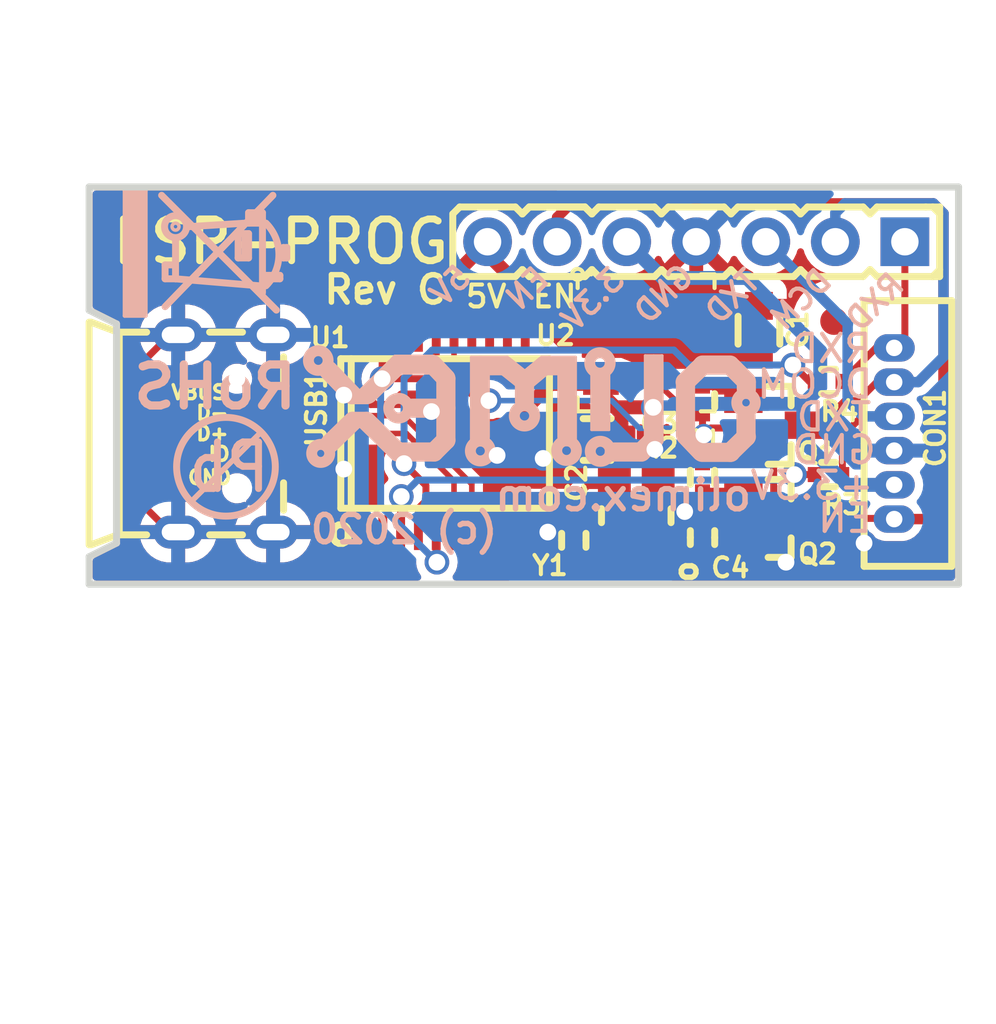
<source format=kicad_pcb>
(kicad_pcb (version 20221018) (generator pcbnew)
  (layers (0 "F.Cu" signal) (31 "B.Cu" signal) (34 "B.Paste" user) (35 "F.Paste" user) (36 "B.SilkS" user "B.Silkscreen") (37 "F.SilkS" user "F.Silkscreen") (38 "B.Mask" user) (39 "F.Mask" user) (44 "Edge.Cuts" user))
  (net 0 "")
  (net 1 "Net-(C4-Pad1)")
  (net 2 "GND")
  (net 3 "Net-(USB1-Pad4)")
  (net 4 "/RTS")
  (net 5 "/DTR")
  (net 6 "/D_N")
  (net 7 "/D_P")
  (net 8 "Net-(C1-Pad1)")
  (net 9 "Net-(C2-Pad1)")
  (net 10 "/+3.3V")
  (net 11 "/EN")
  (net 12 "/U0RXD")
  (net 13 "/DCOM")
  (net 14 "/U0TXD")
  (net 15 "Net-(Q1-Pad1)")
  (net 16 "Net-(Q2-Pad1)")
  (net 17 "Net-(R3-Pad2)")
  (net 18 "Net-(R4-Pad2)")
  (net 19 "Net-(U1-Pad11)")
  (net 20 "Net-(U1-Pad12)")
  (net 21 "Net-(U1-Pad13)")
  (net 22 "Net-(U1-Pad14)")
  (net 23 "Net-(U1-Pad18)")
  (net 24 "Net-(U1-Pad20)")
  (footprint "OLIMEX_RLC-FP:C_0603_5MIL_DWS" (layer "F.Cu") (at 138.46 96.23 90)
    (fp_text reference "C1" (at 0.02 1.42 90) (layer "F.SilkS") (effects (font (size 0.7 0.7))))
    (fp_text value "2.2uF")
    (pad "1" smd rect (at -0.889 0 90) (size 1.016 1.016) (layers "F.Cu" "F.Paste" "F.Mask") (net 8 "Net-(C1-Pad1)") (clearance 0.0508))
    (pad "2" smd rect (at 0.889 0 90) (size 1.016 1.016) (layers "F.Cu" "F.Paste" "F.Mask") (net 2 "GND") (clearance 0.0508))
  )
  (footprint "OLIMEX_RLC-FP:C_0402_5MIL_DWS" (layer "F.Cu") (at 131.7 103.9 -90)
    (fp_text reference "C2" (at -2.1 -0.1 90) (layer "F.SilkS") (effects (font (size 0.7 0.7))))
    (fp_text value "27pF")
    (pad "1" smd rect (at -0.508 0 90) (size 0.5 0.55) (layers "F.Cu" "F.Paste" "F.Mask") (net 9 "Net-(C2-Pad1)"))
    (pad "2" smd rect (at 0.508 0 270) (size 0.5 0.55) (layers "F.Cu" "F.Paste" "F.Mask") (net 2 "GND"))
  )
  (footprint "OLIMEX_RLC-FP:C_0603_5MIL_DWS" (layer "F.Cu") (at 132.55 100.22 180)
    (fp_text reference "C3" (at -2.27 0.59) (layer "F.SilkS") (effects (font (size 0.7 0.7))))
    (fp_text value "2.2uF")
    (pad "1" smd rect (at -0.889 0 180) (size 1.016 1.016) (layers "F.Cu" "F.Paste" "F.Mask") (net 10 "/+3.3V") (clearance 0.0508))
    (pad "2" smd rect (at 0.889 0 180) (size 1.016 1.016) (layers "F.Cu" "F.Paste" "F.Mask") (net 2 "GND") (clearance 0.0508))
  )
  (footprint "OLIMEX_RLC-FP:C_0402_5MIL_DWS" (layer "F.Cu") (at 136.4 103.8 90)
    (fp_text reference "C4" (at -1.102 1.014 180) (layer "F.SilkS") (effects (font (size 0.7 0.7))))
    (fp_text value "27pF")
    (pad "1" smd rect (at -0.508 0 270) (size 0.5 0.55) (layers "F.Cu" "F.Paste" "F.Mask") (net 1 "Net-(C4-Pad1)"))
    (pad "2" smd rect (at 0.508 0 90) (size 0.5 0.55) (layers "F.Cu" "F.Paste" "F.Mask") (net 2 "GND"))
  )
  (footprint "OLIMEX_Connectors-FP:WU06SM" (layer "F.Cu") (at 143.4 100 -90)
    (fp_text reference "CON1" (at -0.2 -1.5 90) (layer "F.SilkS") (effects (font (size 0.7 0.7))))
    (fp_text value "CON6")
    (pad "1" thru_hole oval (at -3.125 0 270) (size 1 1.5) (drill 0.6) (layers "*.Cu" "*.Mask") (net 14 "/U0TXD"))
    (pad "2" thru_hole oval (at -1.875 0 270) (size 1 1.5) (drill 0.6) (layers "*.Cu" "*.Mask") (net 13 "/DCOM"))
    (pad "3" thru_hole oval (at -0.625 0 270) (size 1 1.5) (drill 0.6) (layers "*.Cu" "*.Mask") (net 12 "/U0RXD"))
    (pad "4" thru_hole oval (at 0.625 0 270) (size 1 1.5) (drill 0.6) (layers "*.Cu" "*.Mask") (net 2 "GND"))
    (pad "5" thru_hole oval (at 1.875 0 270) (size 1 1.5) (drill 0.6) (layers "*.Cu" "*.Mask") (net 10 "/+3.3V"))
    (pad "6" thru_hole oval (at 3.125 0 270) (size 1 1.5) (drill 0.6) (layers "*.Cu" "*.Mask") (net 11 "/EN"))
  )
  (footprint "OLIMEX_Transistors-FP:SOT23" (layer "F.Cu") (at 139 99.7 180)
    (fp_text reference "Q1" (at -1.6 -1) (layer "F.SilkS") (effects (font (size 0.7 0.7))))
    (fp_text value "BC817-40(SOT23)")
    (pad "1" smd rect (at 1.10744 0.94996 180) (size 1.4 1) (layers "F.Cu" "F.Paste" "F.Mask") (net 15 "Net-(Q1-Pad1)") (clearance 0.0508))
    (pad "2" smd rect (at 1.10744 -0.9525 180) (size 1.4 1) (layers "F.Cu" "F.Paste" "F.Mask") (net 5 "/DTR") (clearance 0.0508))
    (pad "3" smd rect (at -1.10236 0.00254 180) (size 1.4 1) (layers "F.Cu" "F.Paste" "F.Mask") (net 13 "/DCOM") (clearance 0.0508))
  )
  (footprint "OLIMEX_Transistors-FP:SOT23" (layer "F.Cu") (at 139 103.1 180)
    (fp_text reference "Q2" (at -1.6 -1.3) (layer "F.SilkS") (effects (font (size 0.7 0.7))))
    (fp_text value "BC817-40(SOT23)")
    (pad "1" smd rect (at 1.10744 0.94996 180) (size 1.4 1) (layers "F.Cu" "F.Paste" "F.Mask") (net 16 "Net-(Q2-Pad1)") (clearance 0.0508))
    (pad "2" smd rect (at 1.10744 -0.9525 180) (size 1.4 1) (layers "F.Cu" "F.Paste" "F.Mask") (net 4 "/RTS") (clearance 0.0508))
    (pad "3" smd rect (at -1.10236 0.00254 180) (size 1.4 1) (layers "F.Cu" "F.Paste" "F.Mask") (net 11 "/EN") (clearance 0.0508))
  )
  (footprint "OLIMEX_RLC-FP:R_0402_5MIL_DWS" (layer "F.Cu") (at 136.4 98.8 -90)
    (fp_text reference "R1" (at 1.47 -0.03 180) (layer "F.SilkS") (effects (font (size 0.7 0.7))))
    (fp_text value "1K")
    (pad "1" smd rect (at -0.508 0 90) (size 0.5 0.55) (layers "F.Cu" "F.Paste" "F.Mask") (net 15 "Net-(Q1-Pad1)"))
    (pad "2" smd rect (at 0.508 0 270) (size 0.5 0.55) (layers "F.Cu" "F.Paste" "F.Mask") (net 4 "/RTS"))
  )
  (footprint "OLIMEX_RLC-FP:R_0402_5MIL_DWS" (layer "F.Cu") (at 141 101.5 180)
    (fp_text reference "R3" (at -0.5 -1.1) (layer "F.SilkS") (effects (font (size 0.7 0.7))))
    (fp_text value "100R")
    (pad "1" smd rect (at -0.508 0) (size 0.5 0.55) (layers "F.Cu" "F.Paste" "F.Mask") (net 12 "/U0RXD"))
    (pad "2" smd rect (at 0.508 0 180) (size 0.5 0.55) (layers "F.Cu" "F.Paste" "F.Mask") (net 17 "Net-(R3-Pad2)"))
  )
  (footprint "OLIMEX_RLC-FP:R_0402_5MIL_DWS" (layer "F.Cu") (at 141 98.1 180)
    (fp_text reference "R4" (at -0.4 -1.1) (layer "F.SilkS") (effects (font (size 0.7 0.7))))
    (fp_text value "100R")
    (pad "1" smd rect (at -0.508 0) (size 0.5 0.55) (layers "F.Cu" "F.Paste" "F.Mask") (net 14 "/U0TXD"))
    (pad "2" smd rect (at 0.508 0 180) (size 0.5 0.55) (layers "F.Cu" "F.Paste" "F.Mask") (net 18 "Net-(R4-Pad2)"))
  )
  (footprint "OLIMEX_IC-FP:SSOP-20W" (layer "F.Cu") (at 127 100)
    (fp_text reference "U1" (at -4.2 -3.5 180) (layer "F.SilkS") (effects (font (size 0.7 0.7))))
    (fp_text value "CH340H/T")
    (fp_text user "o" (at -3.81 3.556) (layer "F.SilkS") (effects (font (size 1.016 1.016) (thickness 0.254))))
    (pad "1" smd rect (at -2.925 3.6195) (size 0.325 1.27) (layers "F.Cu" "F.Paste" "F.Mask"))
    (pad "2" smd rect (at -2.275 3.6195) (size 0.325 1.27) (layers "F.Cu" "F.Paste" "F.Mask"))
    (pad "3" smd rect (at -1.625 3.6195) (size 0.325 1.27) (layers "F.Cu" "F.Paste" "F.Mask") (net 17 "Net-(R3-Pad2)"))
    (pad "4" smd rect (at -0.975 3.6195) (size 0.325 1.27) (layers "F.Cu" "F.Paste" "F.Mask") (net 18 "Net-(R4-Pad2)"))
    (pad "5" smd rect (at -0.325 3.6195) (size 0.325 1.27) (layers "F.Cu" "F.Paste" "F.Mask") (net 10 "/+3.3V"))
    (pad "6" smd rect (at 0.325 3.6195) (size 0.325 1.27) (layers "F.Cu" "F.Paste" "F.Mask") (net 7 "/D_P"))
    (pad "7" smd rect (at 0.975 3.6195) (size 0.325 1.27) (layers "F.Cu" "F.Paste" "F.Mask") (net 6 "/D_N"))
    (pad "8" smd rect (at 1.625 3.6195) (size 0.325 1.27) (layers "F.Cu" "F.Paste" "F.Mask") (net 2 "GND"))
    (pad "9" smd rect (at 2.275 3.6195) (size 0.325 1.27) (layers "F.Cu" "F.Paste" "F.Mask") (net 1 "Net-(C4-Pad1)"))
    (pad "10" smd rect (at 2.925 3.6195) (size 0.325 1.27) (layers "F.Cu" "F.Paste" "F.Mask") (net 9 "Net-(C2-Pad1)"))
    (pad "11" smd rect (at 2.925 -3.6195) (size 0.325 1.27) (layers "F.Cu" "F.Paste" "F.Mask") (net 19 "Net-(U1-Pad11)"))
    (pad "12" smd rect (at 2.275 -3.6195) (size 0.325 1.27) (layers "F.Cu" "F.Paste" "F.Mask") (net 20 "Net-(U1-Pad12)"))
    (pad "13" smd rect (at 1.625 -3.6195) (size 0.325 1.27) (layers "F.Cu" "F.Paste" "F.Mask") (net 21 "Net-(U1-Pad13)"))
    (pad "14" smd rect (at 0.975 -3.6195) (size 0.325 1.27) (layers "F.Cu" "F.Paste" "F.Mask") (net 22 "Net-(U1-Pad14)"))
    (pad "15" smd rect (at 0.325 -3.6195) (size 0.325 1.27) (layers "F.Cu" "F.Paste" "F.Mask") (net 5 "/DTR"))
    (pad "16" smd rect (at -0.325 -3.6195) (size 0.325 1.27) (layers "F.Cu" "F.Paste" "F.Mask") (net 4 "/RTS"))
    (pad "17" smd rect (at -0.975 -3.6195) (size 0.325 1.27) (layers "F.Cu" "F.Paste" "F.Mask"))
    (pad "18" smd rect (at -1.625 -3.6195) (size 0.325 1.27) (layers "F.Cu" "F.Paste" "F.Mask") (net 23 "Net-(U1-Pad18)"))
    (pad "19" smd rect (at -2.275 -3.6195) (size 0.325 1.27) (layers "F.Cu" "F.Paste" "F.Mask") (net 10 "/+3.3V"))
    (pad "20" smd rect (at -2.925 -3.6195) (size 0.325 1.27) (layers "F.Cu" "F.Paste" "F.Mask") (net 24 "Net-(U1-Pad20)"))
  )
  (footprint "OLIMEX_Connectors-FP:USB-MICRO_MISB-SWMM-5B_LF" (layer "F.Cu") (at 117.5 100 180)
    (fp_text reference "USB1" (at -4.8 0.9 90) (layer "F.SilkS") (effects (font (size 0.7 0.7))))
    (fp_text value "USB-uicro-B")
    (fp_text user "GND" (at -0.9 -1.6) (layer "F.SilkS") (effects (font (size 0.508 0.508) (thickness 0.127))))
    (fp_text user "D-" (at -1 0.75) (layer "F.SilkS") (effects (font (size 0.508 0.508) (thickness 0.127))))
    (fp_text user "D+" (at -1 0) (layer "F.SilkS") (effects (font (size 0.508 0.508) (thickness 0.127))))
    (fp_text user "VBUS" (at -0.5 1.5) (layer "F.SilkS") (effects (font (size 0.508 0.508) (thickness 0.127))))
    (fp_text user "ID" (at -1.25 -0.75) (layer "F.SilkS") (effects (font (size 0.508 0.508) (thickness 0.127))))
    (pad "" np_thru_hole circle (at -1.9 -2 270) (size 0.6 0.6) (drill 0.6) (layers "*.Cu" "*.Mask"))
    (pad "" np_thru_hole circle (at -1.9 2 270) (size 0.6 0.6) (drill 0.6) (layers "*.Cu" "*.Mask"))
    (pad "0" thru_hole oval (at -3.22 -3.6 270) (size 1.2 1.8) (drill oval 0.6 1.2) (layers "*.Cu" "*.Mask") (net 2 "GND"))
    (pad "0" thru_hole oval (at -3.22 3.6 270) (size 1.2 1.8) (drill oval 0.6 1.2) (layers "*.Cu" "*.Mask") (net 2 "GND"))
    (pad "0" thru_hole oval (at 0.25 -3.6 270) (size 1.2 1.8) (drill oval 0.6 1.2) (layers "*.Cu" "*.Mask") (net 2 "GND"))
    (pad "0" thru_hole oval (at 0.25 3.6 270) (size 1.2 1.8) (drill oval 0.6 1.2) (layers "*.Cu" "*.Mask") (net 2 "GND"))
    (pad "0" smd rect (at 1.4 -1.5 270) (size 1.1 1) (layers "F.Cu" "F.Paste" "F.Mask") (net 2 "GND"))
    (pad "0" smd rect (at 1.4 1.5 270) (size 1.1 1) (layers "F.Cu" "F.Paste" "F.Mask") (net 2 "GND"))
    (pad "1" smd rect (at -3.15 1.3875 270) (size 0.5 1.65) (layers "F.Cu" "F.Paste" "F.Mask") (net 8 "Net-(C1-Pad1)"))
    (pad "2" smd rect (at -3.15 0.65 270) (size 0.325 1.65) (layers "F.Cu" "F.Paste" "F.Mask") (net 6 "/D_N"))
    (pad "3" smd rect (at -3.15 0 270) (size 0.325 1.65) (layers "F.Cu" "F.Paste" "F.Mask") (net 7 "/D_P"))
    (pad "4" smd rect (at -3.15 -0.65 270) (size 0.325 1.65) (layers "F.Cu" "F.Paste" "F.Mask") (net 3 "Net-(USB1-Pad4)"))
    (pad "5" smd rect (at -3.15 -1.3875 270) (size 0.5 1.65) (layers "F.Cu" "F.Paste" "F.Mask") (net 2 "GND"))
  )
  (footprint "OLIMEX_RLC-FP:R_0402_5MIL_DWS" (layer "F.Cu") (at 136.4 101.6 90)
    (fp_text reference "R2" (at 1.07 -1.58) (layer "F.SilkS") (effects (font (size 0.7 0.7))))
    (fp_text value "1K")
    (pad "1" smd rect (at -0.508 0 270) (size 0.5 0.55) (layers "F.Cu" "F.Paste" "F.Mask") (net 16 "Net-(Q2-Pad1)"))
    (pad "2" smd rect (at 0.508 0 90) (size 0.5 0.55) (layers "F.Cu" "F.Paste" "F.Mask") (net 5 "/DTR"))
  )
  (footprint "OLIMEX_Other-FP:Fiducial1x3_transp" (layer "F.Cu") (at 141.2 95.9)
    (fp_text reference "Ref*" hide)
    (fp_text value "Val**" hide)
    (pad "Fid1" connect circle (at 0 0) (size 1 1) (layers "F.Cu" "F.Mask") (clearance 1.016))
  )
  (footprint "OLIMEX_Other-FP:Fiducial1x3_transp" (layer "F.Cu") (at 118.1 99.9)
    (fp_text reference "Ref*" hide)
    (fp_text value "Val**" hide)
    (pad "Fid1" connect circle (at 0 0) (size 1 1) (layers "F.Cu" "F.Mask") (clearance 1.016))
  )
  (footprint "OLIMEX_Connectors-FP:HN1x7" (layer "F.Cu") (at 136.17 93 180)
    (fp_text reference "CON2" hide)
    (fp_text value "CON6")
    (pad "1" thru_hole rect (at -7.62 0 180) (size 1.778 1.778) (drill 1) (layers "*.Cu" "*.Mask") (net 14 "/U0TXD"))
    (pad "2" thru_hole circle (at -5.08 0 180) (size 1.778 1.778) (drill 1) (layers "*.Cu" "*.Mask") (net 13 "/DCOM"))
    (pad "3" thru_hole circle (at -2.54 0 180) (size 1.778 1.778) (drill 1) (layers "*.Cu" "*.Mask") (net 12 "/U0RXD"))
    (pad "4" thru_hole circle (at 0 0 180) (size 1.778 1.778) (drill 1) (layers "*.Cu" "*.Mask") (net 2 "GND"))
    (pad "5" thru_hole circle (at 2.54 0 180) (size 1.778 1.778) (drill 1) (layers "*.Cu" "*.Mask") (net 10 "/+3.3V"))
    (pad "6" thru_hole circle (at 5.08 0 180) (size 1.778 1.778) (drill 1) (layers "*.Cu" "*.Mask") (net 11 "/EN"))
    (pad "7" thru_hole circle (at 7.62 0 180) (size 1.778 1.778) (drill 1) (layers "*.Cu" "*.Mask") (net 8 "Net-(C1-Pad1)"))
  )
  (footprint "OLIMEX_Transistors-FP:SOT89" (layer "F.Cu") (at 134.34 96.69 -90)
    (fp_text reference "U2" (at -0.27 3.31 180) (layer "F.SilkS") (effects (font (size 0.7 0.7))))
    (fp_text value "ME6210-SOT89")
    (fp_poly (pts (xy 0.9 -0.1) (xy 0.5 0.9) (xy 0.5 2.3) (xy -0.5 2.3) (xy -0.5 0.9) (xy -0.9 -0.1) (xy -0.9 -2.4) (xy 0.9 -2.4)) (stroke (width 0.1)) (fill solid) (layer "F.Cu"))
    (pad "1" smd rect (at -1.5 1.65 270) (size 0.8 1.3) (layers "F.Cu" "F.Paste" "F.Mask") (net 2 "GND") (clearance 0.0508))
    (pad "2" smd rect (at 0 1.55 270) (size 0.9 1.5019) (layers "F.Cu") (net 8 "Net-(C1-Pad1)") (clearance 0.0508))
    (pad "3" smd rect (at 1.5 1.65 270) (size 0.8 1.3) (layers "F.Cu" "F.Paste" "F.Mask") (net 10 "/+3.3V") (clearance 0.0508))
  )
  (footprint "OLIMEX_Crystal-FP:TSX-3.2x2.5mm_GND(3)" (layer "F.Cu") (at 133.98 103 90)
    (fp_text reference "Y1" (at -1.82 -3.15 180) (layer "F.SilkS") (effects (font (size 0.7 0.7))))
    (fp_text value "Q12MHz/20pF/10ppm/4P/3.2x2.5mm")
    (fp_text user "o" (at -2.04 1.82 90) (layer "F.SilkS") (effects (font (size 0.8 0.8) (thickness 0.2))))
    (pad "1" smd rect (at -1.1 0.8 90) (size 1.4 1.2) (layers "F.Cu" "F.Paste" "F.Mask") (net 1 "Net-(C4-Pad1)"))
    (pad "2" smd rect (at 1.1 -0.8 90) (size 1.4 1.2) (layers "F.Cu" "F.Paste" "F.Mask") (net 9 "Net-(C2-Pad1)"))
    (pad "3" smd rect (at -1.1 -0.8 90) (size 1.4 1.2) (layers "F.Cu" "F.Paste" "F.Mask") (net 2 "GND"))
    (pad "3" smd rect (at 1.1 0.8 90) (size 1.4 1.2) (layers "F.Cu" "F.Paste" "F.Mask") (net 2 "GND"))
  )
  (footprint "OLIMEX_LOGOs-FP:LOGO_RECYCLEBIN_1" (layer "B.Cu") (at 115.25 95.75 90)
    (fp_text reference "" hide)
    (fp_text value "" hide)
  )
  (footprint "OLIMEX_LOGOs-FP:LOGO_PBFREE" (layer "B.Cu") (at 119.2 100.9)
    (fp_text reference "" (at -0.2794 3.52552) (layer "B.SilkS") (effects (justify mirror)))
    (fp_text value "")
    (fp_text user "Pb" (at -0.08636 0.33528) (layer "B.SilkS") (effects (font (size 1.7 1.5) (thickness 0.254)) (justify mirror)))
  )
  (footprint "OLIMEX_LOGOs-FP:OLIMEX_LOGO_TB" (layer "B.Cu") (at 130 99 180)
    (fp_text reference "" hide)
    (fp_text value "" hide)
  )
  (gr_line (start 115 96) (end 115 104) (stroke (width 0.254)) (layer "Edge.Cuts"))
  (gr_line (start 114 95.5) (end 115 96) (stroke (width 0.254)) (layer "Edge.Cuts"))
  (gr_line (start 114 91) (end 114 95.5) (stroke (width 0.254)) (layer "Edge.Cuts"))
  (gr_line (start 145.75 105.5) (end 145.75 91) (stroke (width 0.254)) (layer "Edge.Cuts"))
  (gr_line (start 114 105.5) (end 145.75 105.5) (stroke (width 0.254)) (layer "Edge.Cuts"))
  (gr_line (start 114 104.5) (end 114 105.5) (stroke (width 0.254)) (layer "Edge.Cuts"))
  (gr_line (start 115 104) (end 114 104.5) (stroke (width 0.254)) (layer "Edge.Cuts"))
  (gr_line (start 145.75 91) (end 114 91) (stroke (width 0.254)) (layer "Edge.Cuts"))
  (gr_text "RoHS" (at 118.6 98.3) (layer "B.SilkS") (effects (font (size 1.5 1.5) (thickness 0.3)) (justify mirror)))
  (gr_text "GND" (at 135 94.9 45) (layer "B.SilkS") (effects (font (size 0.8 0.8)) (justify mirror)))
  (gr_text "3.3V" (at 132.4 95.1 45) (layer "B.SilkS") (effects (font (size 0.8 0.8)) (justify mirror)))
  (gr_text "TXD" (at 137.5 95 45) (layer "B.SilkS") (effects (font (size 0.8 0.8)) (justify mirror)))
  (gr_text "RXD" (at 142.7 95.2 45) (layer "B.SilkS") (effects (font (size 0.8 0.8)) (justify mirror)))
  (gr_text "DCM" (at 140 95.1 45) (layer "B.SilkS") (effects (font (size 0.8 0.8)) (justify mirror)))
  (gr_text "EN" (at 130 94.7 45) (layer "B.SilkS") (effects (font (size 0.8 0.8)) (justify mirror)))
  (gr_text "5V" (at 127.2 94.6 45) (layer "B.SilkS") (effects (font (size 0.8 0.8)) (justify mirror)))
  (gr_text "(c) 2020" (at 125.5 103.5) (layer "B.SilkS") (effects (font (size 1 1) (thickness 0.2)) (justify mirror)))
  (gr_text "DCOM" (at 140.5 98.2) (layer "B.SilkS") (effects (font (size 1 1)) (justify mirror)))
  (gr_text "olimex.com" (at 133.5 102.25) (layer "B.SilkS") (effects (font (size 1.1 1.1) (thickness 0.2)) (justify mirror)))
  (gr_text "EN" (at 141.6 103.1) (layer "B.SilkS") (effects (font (size 1 1)) (justify mirror)))
  (gr_text "TXD" (at 141.2 99.4) (layer "B.SilkS") (effects (font (size 1 1)) (justify mirror)))
  (gr_text "GND" (at 141.2 100.6) (layer "B.SilkS") (effects (font (size 1 1)) (justify mirror)))
  (gr_text "+3.3V" (at 140.4 101.9) (layer "B.SilkS") (effects (font (size 1 1)) (justify mirror)))
  (gr_text "RXD" (at 141.1 96.9) (layer "B.SilkS") (effects (font (size 1 1)) (justify mirror)))
  (gr_text "EN" (at 131 95) (layer "F.SilkS") (effects (font (size 0.8 0.8))))
  (gr_text "5V" (at 128.5 95) (layer "F.SilkS") (effects (font (size 0.8 0.8))))
  (gr_text "Rev C" (at 124.8 94.75) (layer "F.SilkS") (effects (font (size 1 1) (thickness 0.2))))
  (gr_text "ESP-PROG" (at 121 93) (layer "F.SilkS") (effects (font (size 1.524 1.4986) (thickness 0.254))))
  (segment (start 134.78 104.1) (end 134.78 105.054) (width 0.254) (layer "F.Cu") (net 1))
  (segment (start 134.76581 105.06819) (end 134.723799 105.06819) (width 0.254) (layer "F.Cu") (net 1))
  (segment (start 129.896701 105.079401) (end 134.723799 105.079401) (width 0.2032) (layer "F.Cu") (net 1))
  (segment (start 129.275 104.4577) (end 129.896701 105.079401) (width 0.2032) (layer "F.Cu") (net 1))
  (segment (start 135.817602 104.308) (end 136.4 104.308) (width 0.254) (layer "F.Cu") (net 1))
  (segment (start 129.275 103.6195) (end 129.275 104.4577) (width 0.2032) (layer "F.Cu") (net 1))
  (segment (start 135.817602 104.308) (end 135.817602 104.283602) (width 0.254) (layer "F.Cu") (net 1))
  (segment (start 135.817602 104.283602) (end 135.634 104.1) (width 0.254) (layer "F.Cu") (net 1))
  (segment (start 135.634 104.1) (end 134.78 104.1) (width 0.254) (layer "F.Cu") (net 1))
  (segment (start 134.78 105.054) (end 134.76581 105.06819) (width 0.254) (layer "F.Cu") (net 1))
  (segment (start 119.566 103.6) (end 117.25 103.6) (width 0.254) (layer "F.Cu") (net 2))
  (segment (start 116.096 102.454) (end 116.096 102.746) (width 0.254) (layer "F.Cu") (net 2))
  (segment (start 122.2 101.8585) (end 122.2 103.5) (width 0.254) (layer "F.Cu") (net 2))
  (segment (start 116.096 97.254) (end 116.95 96.4) (width 0.254) (layer "F.Cu") (net 2))
  (segment (start 126.5 99.2) (end 128.1 100.8) (width 0.254) (layer "F.Cu") (net 2))
  (segment (start 128.625 103.6195) (end 128.625 101.075) (width 0.2032) (layer "F.Cu") (net 2))
  (segment (start 120.72 103.6) (end 119.566 103.6) (width 0.254) (layer "F.Cu") (net 2))
  (segment (start 136.23 95.17) (end 138.309 95.19) (width 0.508) (layer "F.Cu") (net 2))
  (segment (start 123.3 98.6) (end 123.936396 98.6) (width 0.254) (layer "F.Cu") (net 2))
  (segment (start 130.75 104.236396) (end 130.75 103.6) (width 0.2032) (layer "F.Cu") (net 2))
  (segment (start 134.66 100.58) (end 134.66 101.78) (width 0.254) (layer "F.Cu") (net 2))
  (segment (start 122.1 103.6) (end 120.72 103.6) (width 0.254) (layer "F.Cu") (net 2))
  (segment (start 130.921604 104.408) (end 130.75 104.236396) (width 0.2032) (layer "F.Cu") (net 2))
  (segment (start 128.625 101.075) (end 128.9 100.8) (width 0.2032) (layer "F.Cu") (net 2))
  (segment (start 118.404 96.4) (end 120.72 96.4) (width 0.254) (layer "F.Cu") (net 2))
  (segment (start 116.096 97.546) (end 116.096 97.254) (width 0.254) (layer "F.Cu") (net 2))
  (segment (start 121.729 101.3875) (end 122.2 101.8585) (width 0.254) (layer "F.Cu") (net 2))
  (segment (start 136.17 95.11) (end 136.23 95.17) (width 0.508) (layer "F.Cu") (net 2))
  (segment (start 128.1 100.8) (end 128.9 100.8) (width 0.254) (layer "F.Cu") (net 2))
  (segment (start 132.872 104.408) (end 133.18 104.1) (width 0.254) (layer "F.Cu") (net 2))
  (segment (start 131.7 104.408) (end 131.171 104.408) (width 0.254) (layer "F.Cu") (net 2))
  (segment (start 136.17 93) (end 136.17 95.11) (width 0.508) (layer "F.Cu") (net 2))
  (segment (start 124.279986 98.94359) (end 126.24359 98.94359) (width 0.254) (layer "F.Cu") (net 2))
  (segment (start 116.1 102.45) (end 116.096 102.454) (width 0.254) (layer "F.Cu") (net 2))
  (segment (start 138.309 95.19) (end 138.46 95.341) (width 0.508) (layer "F.Cu") (net 2))
  (segment (start 132.69 95.19) (end 136.23 95.17) (width 0.508) (layer "F.Cu") (net 2))
  (segment (start 135.75 102.85) (end 134.8 101.9) (width 0.2032) (layer "F.Cu") (net 2))
  (segment (start 120.65 101.3875) (end 121.729 101.3875) (width 0.254) (layer "F.Cu") (net 2))
  (segment (start 116.95 96.4) (end 117.25 96.4) (width 0.254) (layer "F.Cu") (net 2))
  (segment (start 116.096 102.746) (end 116.95 103.6) (width 0.254) (layer "F.Cu") (net 2))
  (segment (start 116.1 98.5) (end 116.1 101.5) (width 0.254) (layer "F.Cu") (net 2))
  (segment (start 123.936396 98.6) (end 124.279986 98.94359) (width 0.254) (layer "F.Cu") (net 2))
  (segment (start 131.171 104.408) (end 130.921604 104.408) (width 0.2032) (layer "F.Cu") (net 2))
  (segment (start 134.66 101.78) (end 134.78 101.9) (width 0.254) (layer "F.Cu") (net 2))
  (segment (start 116.1 101.5) (end 116.1 102.45) (width 0.254) (layer "F.Cu") (net 2))
  (segment (start 116.95 103.6) (end 117.25 103.6) (width 0.254) (layer "F.Cu") (net 2))
  (segment (start 136.4 102.934315) (end 136.4 103.292) (width 0.2032) (layer "F.Cu") (net 2))
  (segment (start 131.7 104.408) (end 132.872 104.408) (width 0.254) (layer "F.Cu") (net 2))
  (segment (start 136.315685 102.85) (end 136.4 102.934315) (width 0.2032) (layer "F.Cu") (net 2))
  (segment (start 135.75 102.85) (end 136.315685 102.85) (width 0.2032) (layer "F.Cu") (net 2))
  (segment (start 116.1 98.5) (end 116.1 97.55) (width 0.254) (layer "F.Cu") (net 2))
  (segment (start 122.2 103.5) (end 122.1 103.6) (width 0.254) (layer "F.Cu") (net 2))
  (segment (start 117.25 96.4) (end 118.404 96.4) (width 0.254) (layer "F.Cu") (net 2))
  (segment (start 116.1 97.55) (end 116.096 97.546) (width 0.254) (layer "F.Cu") (net 2))
  (segment (start 126.24359 98.94359) (end 126.5 99.2) (width 0.254) (layer "F.Cu") (net 2))
  (via (at 123.3 98.6) (size 0.9) (drill 0.6096) (layers "F.Cu" "B.Cu") (net 2))
  (via (at 126.5 99.2) (size 0.9) (drill 0.6096) (layers "F.Cu" "B.Cu") (net 2))
  (via (at 139.45 104.7) (size 0.8) (drill 0.6096) (layers "F.Cu" "B.Cu") (net 2))
  (via (at 135.75 102.85) (size 0.8) (drill 0.6096) (layers "F.Cu" "B.Cu") (net 2))
  (via (at 130.58 100.91) (size 0.9) (drill 0.6096) (layers "F.Cu" "B.Cu") (net 2))
  (via (at 142.3 104) (size 0.9) (drill 0.6096) (layers "F.Cu" "B.Cu") (net 2))
  (via (at 123.3 101.3) (size 0.9) (drill 0.6096) (layers "F.Cu" "B.Cu") (net 2))
  (via (at 134.66 100.58) (size 0.8) (drill 0.6096) (layers "F.Cu" "B.Cu") (net 2))
  (via (at 130.75 103.6) (size 0.9) (drill 0.6096) (layers "F.Cu" "B.Cu") (net 2))
  (via (at 128.9 100.8) (size 0.9) (drill 0.6096) (layers "F.Cu" "B.Cu") (net 2))
  (segment (start 136.4 99.308) (end 136.507998 99.308) (width 0.2032) (layer "F.Cu") (net 4))
  (segment (start 126.675 96.3805) (end 126.675 97.2695) (width 0.254) (layer "F.Cu") (net 4))
  (segment (start 128.2055 98.8) (end 128.6 98.8) (width 0.254) (layer "F.Cu") (net 4))
  (segment (start 139 100.1) (end 138.7 99.8) (width 0.254) (layer "F.Cu") (net 4))
  (segment (start 136.4 100) (end 136.45 100.05) (width 0.254) (layer "F.Cu") (net 4))
  (segment (start 138.85 104.05) (end 139 103.9) (width 0.254) (layer "F.Cu") (net 4))
  (segment (start 138 104.05) (end 138.85 104.05) (width 0.254) (layer "F.Cu") (net 4))
  (segment (start 138.7 99.8) (end 136.7 99.8) (width 0.254) (layer "F.Cu") (net 4))
  (segment (start 126.675 97.2695) (end 128.2055 98.8) (width 0.254) (layer "F.Cu") (net 4))
  (segment (start 136.7 99.8) (end 136.45 100.05) (width 0.254) (layer "F.Cu") (net 4))
  (segment (start 136.4 99.308) (end 136.4 100) (width 0.254) (layer "F.Cu") (net 4))
  (segment (start 139 103.9) (end 139 100.1) (width 0.254) (layer "F.Cu") (net 4))
  (via (at 128.6 98.8) (size 0.9) (drill 0.6096) (layers "F.Cu" "B.Cu") (net 4))
  (via (at 136.45 100.05) (size 0.8) (drill 0.6096) (layers "F.Cu" "B.Cu") (net 4))
  (segment (start 128.6 98.8) (end 133.08 98.8) (width 0.2032) (layer "B.Cu") (net 4))
  (segment (start 133.08 98.8) (end 134.09 99.81) (width 0.2032) (layer "B.Cu") (net 4))
  (segment (start 135.884315 100.05) (end 135.644315 99.81) (width 0.2032) (layer "B.Cu") (net 4))
  (segment (start 135.644315 99.81) (end 134.09 99.81) (width 0.2032) (layer "B.Cu") (net 4))
  (segment (start 136.45 100.05) (end 135.884315 100.05) (width 0.2032) (layer "B.Cu") (net 4))
  (segment (start 135.63 100.8002) (end 135.9218 101.092) (width 0.2032) (layer "F.Cu") (net 5))
  (segment (start 135.9218 101.092) (end 136.4 101.092) (width 0.2032) (layer "F.Cu") (net 5))
  (segment (start 135.63 98.995686) (end 135.63 100.8002) (width 0.2032) (layer "F.Cu") (net 5))
  (segment (start 134.13 98.18) (end 134.76 98.18) (width 0.2032) (layer "F.Cu") (net 5))
  (segment (start 138 100.65) (end 136.842 100.65) (width 0.254) (layer "F.Cu") (net 5))
  (segment (start 133.46 97.51) (end 134.13 98.18) (width 0.2032) (layer "F.Cu") (net 5))
  (segment (start 134.76 98.18) (end 135.63 98.995686) (width 0.2032) (layer "F.Cu") (net 5))
  (segment (start 127.6163 97.51) (end 133.46 97.51) (width 0.2032) (layer "F.Cu") (net 5))
  (segment (start 136.842 100.65) (end 136.4 101.092) (width 0.254) (layer "F.Cu") (net 5))
  (segment (start 127.325 97.2187) (end 127.6163 97.51) (width 0.2032) (layer "F.Cu") (net 5))
  (segment (start 127.325 96.3805) (end 127.325 97.2187) (width 0.2032) (layer "F.Cu") (net 5))
  (segment (start 127.975 101.84975) (end 125.47525 99.35) (width 0.2032) (layer "F.Cu") (net 6))
  (segment (start 125.47525 99.35) (end 120.65 99.35) (width 0.2032) (layer "F.Cu") (net 6))
  (segment (start 127.975 103.6195) (end 127.975 101.84975) (width 0.2032) (layer "F.Cu") (net 6))
  (segment (start 127.325 101.73858) (end 125.58642 100) (width 0.2032) (layer "F.Cu") (net 7))
  (segment (start 127.325 103.6195) (end 127.325 101.73858) (width 0.2032) (layer "F.Cu") (net 7))
  (segment (start 125.58642 100) (end 120.65 100) (width 0.2032) (layer "F.Cu") (net 7))
  (segment (start 124 94.6) (end 126.95 94.6) (width 0.508) (layer "F.Cu") (net 8))
  (segment (start 122.0875 98.6125) (end 120.65 98.6125) (width 0.381) (layer "F.Cu") (net 8))
  (segment (start 126.95 94.6) (end 128.55 93) (width 0.508) (layer "F.Cu") (net 8))
  (segment (start 132.79 96.69) (end 135 96.69) (width 0.508) (layer "F.Cu") (net 8))
  (segment (start 135.429 97.119) (end 138.46 97.119) (width 0.508) (layer "F.Cu") (net 8))
  (segment (start 128.55 93) (end 128.55 93.45) (width 0.508) (layer "F.Cu") (net 8))
  (segment (start 135 96.69) (end 135.429 97.119) (width 0.508) (layer "F.Cu") (net 8))
  (segment (start 122.4 96.2) (end 122.4 98.3) (width 0.381) (layer "F.Cu") (net 8))
  (segment (start 131 95.31) (end 131 96.35) (width 0.508) (layer "F.Cu") (net 8))
  (segment (start 131.34 96.69) (end 132.79 96.69) (width 0.508) (layer "F.Cu") (net 8))
  (segment (start 122.4 98.3) (end 122.0875 98.6125) (width 0.381) (layer "F.Cu") (net 8))
  (segment (start 128.55 93.45) (end 129.75 94.65) (width 0.508) (layer "F.Cu") (net 8))
  (segment (start 124 94.6) (end 122.4 96.2) (width 0.381) (layer "F.Cu") (net 8))
  (segment (start 129.75 94.65) (end 130.34 94.65) (width 0.508) (layer "F.Cu") (net 8))
  (segment (start 130.34 94.65) (end 131 95.31) (width 0.508) (layer "F.Cu") (net 8))
  (segment (start 131 96.35) (end 131.34 96.69) (width 0.508) (layer "F.Cu") (net 8))
  (segment (start 132.2 101.9) (end 133.18 101.9) (width 0.254) (layer "F.Cu") (net 9))
  (segment (start 131.7 102.45) (end 131.7 103.392) (width 0.254) (layer "F.Cu") (net 9))
  (segment (start 131.7 102.4) (end 132.2 101.9) (width 0.254) (layer "F.Cu") (net 9))
  (segment (start 131.7 103.392) (end 131.7 102.4) (width 0.254) (layer "F.Cu") (net 9))
  (segment (start 129.925 102.725) (end 130.2 102.45) (width 0.254) (layer "F.Cu") (net 9))
  (segment (start 129.925 103.6195) (end 129.925 102.725) (width 0.254) (layer "F.Cu") (net 9))
  (segment (start 130.2 102.45) (end 131.7 102.45) (width 0.254) (layer "F.Cu") (net 9))
  (segment (start 133.44 100.219) (end 133.439 100.22) (width 0.508) (layer "F.Cu") (net 10))
  (segment (start 143.4 101.875) (end 143.525 102) (width 0.508) (layer "F.Cu") (net 10))
  (segment (start 133.2052 99.0452) (end 134.6 99.0452) (width 0.508) (layer "F.Cu") (net 10))
  (segment (start 124.725 96.3805) (end 124.725 98.025) (width 0.254) (layer "F.Cu") (net 10))
  (segment (start 128 99.6) (end 128.917106 99.6) (width 0.254) (layer "F.Cu") (net 10))
  (segment (start 132.69 98.19) (end 130.85 98.19) (width 0.508) (layer "F.Cu") (net 10))
  (segment (start 124.7 98) (end 124.7 96.4055) (width 0.254) (layer "F.Cu") (net 10))
  (segment (start 124.7 98) (end 126.4 98) (width 0.254) (layer "F.Cu") (net 10))
  (segment (start 132.69 98.19) (end 132.69 98.53) (width 0.508) (layer "F.Cu") (net 10))
  (segment (start 126.675 103.6195) (end 126.675 104.675) (width 0.254) (layer "F.Cu") (net 10))
  (segment (start 129.358199 99.681801) (end 128.917106 99.681801) (width 0.508) (layer "F.Cu") (net 10))
  (segment (start 132.69 98.53) (end 133.44 99.28) (width 0.508) (layer "F.Cu") (net 10))
  (segment (start 124.7 96.4055) (end 124.725 96.3805) (width 0.254) (layer "F.Cu") (net 10))
  (segment (start 130.85 98.19) (end 129.358199 99.681801) (width 0.508) (layer "F.Cu") (net 10))
  (segment (start 133.44 99.28) (end 133.44 100.219) (width 0.508) (layer "F.Cu") (net 10))
  (segment (start 126.675 104.675) (end 126.7 104.7) (width 0.254) (layer "F.Cu") (net 10))
  (segment (start 126.4 98) (end 128 99.6) (width 0.254) (layer "F.Cu") (net 10))
  (segment (start 132.69 98.53) (end 133.2052 99.0452) (width 0.508) (layer "F.Cu") (net 10))
  (via (at 126.7 104.7) (size 0.9) (drill 0.6096) (layers "F.Cu" "B.Cu") (net 10))
  (via (at 124.7 98) (size 0.9) (drill 0.6096) (layers "F.Cu" "B.Cu") (net 10))
  (via (at 134.6 99.0452) (size 0.9) (drill 0.6096) (layers "F.Cu" "B.Cu") (net 10))
  (segment (start 135.236396 99.0452) (end 134.6 99.0452) (width 0.508) (layer "B.Cu") (net 10))
  (segment (start 140.081801 100.281801) (end 141.675 101.875) (width 0.508) (layer "B.Cu") (net 10))
  (segment (start 138.020801 94.320801) (end 140.7 97) (width 0.508) (layer "B.Cu") (net 10))
  (segment (start 133.63 93) (end 134.950801 94.320801) (width 0.508) (layer "B.Cu") (net 10))
  (segment (start 124.645199 98.054801) (end 124.7 98) (width 0.254) (layer "B.Cu") (net 10))
  (segment (start 124.645199 102.645199) (end 124.645199 98.054801) (width 0.254) (layer "B.Cu") (net 10))
  (segment (start 126.7 104.7) (end 124.645199 102.645199) (width 0.254) (layer "B.Cu") (net 10))
  (segment (start 134.950801 94.320801) (end 138.020801 94.320801) (width 0.508) (layer "B.Cu") (net 10))
  (segment (start 140.7 98.3) (end 140.081801 98.918199) (width 0.508) (layer "B.Cu") (net 10))
  (segment (start 135.363397 98.918199) (end 135.236396 99.0452) (width 0.508) (layer "B.Cu") (net 10))
  (segment (start 140.081801 98.918199) (end 140.081801 100.281801) (width 0.508) (layer "B.Cu") (net 10))
  (segment (start 140.7 97) (end 140.7 98.3) (width 0.508) (layer "B.Cu") (net 10))
  (segment (start 135.299897 98.981699) (end 138.781699 98.981699) (width 0.381) (layer "B.Cu") (net 10))
  (segment (start 141.675 101.875) (end 143.4 101.875) (width 0.508) (layer "B.Cu") (net 10))
  (segment (start 140.081801 98.918199) (end 135.363397 98.918199) (width 0.508) (layer "B.Cu") (net 10))
  (segment (start 135.236396 99.0452) (end 135.299897 98.981699) (width 0.381) (layer "B.Cu") (net 10))
  (segment (start 144.830942 91.6) (end 145.2 91.969058) (width 0.381) (layer "F.Cu") (net 11))
  (segment (start 144.531 103.125) (end 143.4 103.125) (width 0.381) (layer "F.Cu") (net 11))
  (segment (start 140 103.1) (end 143.375 103.1) (width 0.254) (layer "F.Cu") (net 11))
  (segment (start 131.6 91.6) (end 144.830942 91.6) (width 0.381) (layer "F.Cu") (net 11))
  (segment (start 145.2 91.969058) (end 145.2 102.456) (width 0.381) (layer "F.Cu") (net 11))
  (segment (start 131.09 93) (end 131.09 92.11) (width 0.381) (layer "F.Cu") (net 11))
  (segment (start 131.09 92.11) (end 131.6 91.6) (width 0.381) (layer "F.Cu") (net 11))
  (segment (start 143.375 103.1) (end 143.4 103.125) (width 0.254) (layer "F.Cu") (net 11))
  (segment (start 145.2 102.456) (end 144.531 103.125) (width 0.381) (layer "F.Cu") (net 11))
  (segment (start 143.104 99.375) (end 143.396 99.375) (width 0.254) (layer "F.Cu") (net 12))
  (segment (start 142.225 99.375) (end 141.508 100.092) (width 0.254) (layer "F.Cu") (net 12))
  (segment (start 143.4 99.375) (end 142.225 99.375) (width 0.254) (layer "F.Cu") (net 12))
  (segment (start 141.508 100.092) (end 141.508 101.5) (width 0.254) (layer "F.Cu") (net 12))
  (segment (start 141.7 98.806) (end 141.7 96) (width 0.381) (layer "B.Cu") (net 12))
  (segment (start 141.71 96) (end 138.71 93) (width 0.381) (layer "B.Cu") (net 12))
  (segment (start 142.269 99.375) (end 141.7 98.806) (width 0.381) (layer "B.Cu") (net 12))
  (segment (start 143.4 99.375) (end 142.269 99.375) (width 0.381) (layer "B.Cu") (net 12))
  (segment (start 141.7 96) (end 141.71 96) (width 0.381) (layer "B.Cu") (net 12))
  (segment (start 140.704 99.7) (end 141.604 98.8) (width 0.254) (layer "F.Cu") (net 13))
  (segment (start 142.0875 98.8) (end 142.7625 98.125) (width 0.254) (layer "F.Cu") (net 13))
  (segment (start 140 99.7) (end 140.704 99.7) (width 0.254) (layer "F.Cu") (net 13))
  (segment (start 142.7625 98.125) (end 143.4 98.125) (width 0.254) (layer "F.Cu") (net 13))
  (segment (start 141.604 98.8) (end 142.0875 98.8) (width 0.254) (layer "F.Cu") (net 13))
  (segment (start 144.275 98.125) (end 143.4 98.125) (width 0.381) (layer "B.Cu") (net 13))
  (segment (start 141.6 91.6) (end 144.830942 91.6) (width 0.381) (layer "B.Cu") (net 13))
  (segment (start 144.830942 91.6) (end 145.2 91.969058) (width 0.381) (layer "B.Cu") (net 13))
  (segment (start 141.25 93) (end 141.25 91.95) (width 0.381) (layer "B.Cu") (net 13))
  (segment (start 145.2 97.2) (end 144.275 98.125) (width 0.381) (layer "B.Cu") (net 13))
  (segment (start 141.25 91.95) (end 141.6 91.6) (width 0.381) (layer "B.Cu") (net 13))
  (segment (start 145.2 91.969058) (end 145.2 97.2) (width 0.381) (layer "B.Cu") (net 13))
  (segment (start 143.79 96.485) (end 143.4 96.875) (width 0.254) (layer "F.Cu") (net 14))
  (segment (start 143.4 96.875) (end 142.733 96.875) (width 0.254) (layer "F.Cu") (net 14))
  (segment (start 143.79 93) (end 143.79 96.485) (width 0.254) (layer "F.Cu") (net 14))
  (segment (start 142.733 96.875) (end 141.508 98.1) (width 0.254) (layer "F.Cu") (net 14))
  (segment (start 136.4 98.292) (end 136.792 98.292) (width 0.254) (layer "F.Cu") (net 15))
  (segment (start 137.59252 98.45) (end 137.89256 98.75004) (width 0.254) (layer "F.Cu") (net 15))
  (segment (start 137.958 98.792) (end 138 98.75) (width 0.254) (layer "F.Cu") (net 15))
  (segment (start 136.95 98.45) (end 137.59252 98.45) (width 0.254) (layer "F.Cu") (net 15))
  (segment (start 136.792 98.292) (end 136.95 98.45) (width 0.254) (layer "F.Cu") (net 15))
  (segment (start 136.4 102.108) (end 137.958 102.108) (width 0.254) (layer "F.Cu") (net 16))
  (segment (start 137.958 102.108) (end 138 102.15) (width 0.254) (layer "F.Cu") (net 16))
  (segment (start 125.375 103.6195) (end 125.375 102.325) (width 0.254) (layer "F.Cu") (net 17))
  (segment (start 140.492 101.5) (end 139.7548 101.5) (width 0.254) (layer "F.Cu") (net 17))
  (segment (start 125.375 102.325) (end 125.4 102.3) (width 0.254) (layer "F.Cu") (net 17))
  (via (at 125.4 102.3) (size 0.9) (drill 0.6096) (layers "F.Cu" "B.Cu") (net 17))
  (via (at 139.7548 101.5) (size 0.9) (drill 0.6096) (layers "F.Cu" "B.Cu") (net 17))
  (segment (start 139.7548 101.5) (end 139.5548 101.7) (width 0.254) (layer "B.Cu") (net 17))
  (segment (start 126 101.7) (end 125.4 102.3) (width 0.254) (layer "B.Cu") (net 17))
  (segment (start 139.5548 101.7) (end 126 101.7) (width 0.254) (layer "B.Cu") (net 17))
  (segment (start 126.025 103.6195) (end 126.025 102.7305) (width 0.254) (layer "F.Cu") (net 18))
  (segment (start 126.3 101.9) (end 125.5 101.1) (width 0.254) (layer "F.Cu") (net 18))
  (segment (start 126.025 102.7305) (end 126.3 102.4555) (width 0.254) (layer "F.Cu") (net 18))
  (segment (start 140.492 98.1) (end 140.3 98.1) (width 0.254) (layer "F.Cu") (net 18))
  (segment (start 126.3 102.4555) (end 126.3 101.9) (width 0.254) (layer "F.Cu") (net 18))
  (segment (start 140.3 98.1) (end 139.7 97.5) (width 0.254) (layer "F.Cu") (net 18))
  (via (at 139.7 97.5) (size 0.9) (drill 0.6096) (layers "F.Cu" "B.Cu") (net 18))
  (via (at 125.5 101.1) (size 0.9) (drill 0.6096) (layers "F.Cu" "B.Cu") (net 18))
  (segment (start 125.5 101.1) (end 125.5 97.982894) (width 0.254) (layer "B.Cu") (net 18))
  (segment (start 135.354745 96.954745) (end 135.9 97.5) (width 0.254) (layer "B.Cu") (net 18))
  (segment (start 126.528149 96.954745) (end 135.354745 96.954745) (width 0.254) (layer "B.Cu") (net 18))
  (segment (start 125.5 97.982894) (end 126.528149 96.954745) (width 0.254) (layer "B.Cu") (net 18))
  (segment (start 135.9 97.5) (end 139.7 97.5) (width 0.254) (layer "B.Cu") (net 18))
  (zone (net 2) (net_name "GND") (layer "F.Cu") (connect_pads (clearance 0.3048)) (min_thickness 0.254) (fill yes (thermal_gap 0.508) (thermal_bridge_width 0.508))
    (polygon (pts (xy 113.625 89.85) (xy 146.6625 89.85) (xy 146.51875 106.15) (xy 113.48125 106.45)))
  )
  (zone (net 2) (net_name "GND") (layer "B.Cu") (connect_pads (clearance 0.3048)) (min_thickness 0.254) (fill yes (thermal_gap 0.508) (thermal_bridge_width 0.508))
    (polygon (pts (xy 113.875 89.4) (xy 146.9 89.7) (xy 146.5 106.7) (xy 113.475 106.6)))
  )
)
</source>
